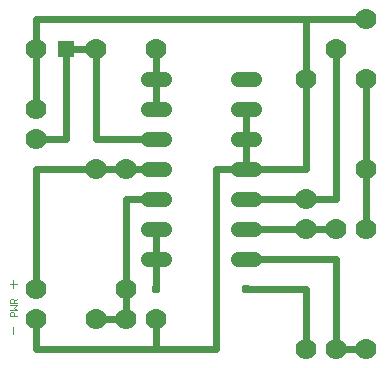
<source format=gbl>
G75*
%MOIN*%
%OFA0B0*%
%FSLAX25Y25*%
%IPPOS*%
%LPD*%
%AMOC8*
5,1,8,0,0,1.08239X$1,22.5*
%
%ADD10C,0.07000*%
%ADD11R,0.05543X0.05543*%
%ADD12C,0.05150*%
%ADD13C,0.00300*%
%ADD14C,0.00200*%
%ADD15C,0.02400*%
%ADD16C,0.03100*%
D10*
X0014476Y0040337D03*
X0014476Y0050337D03*
X0034476Y0040337D03*
X0044476Y0040337D03*
X0044476Y0050337D03*
X0054476Y0040337D03*
X0044476Y0090337D03*
X0034476Y0090337D03*
X0014476Y0100337D03*
X0014476Y0110337D03*
X0014476Y0130337D03*
X0034476Y0130337D03*
X0054476Y0130337D03*
X0104476Y0120337D03*
X0114476Y0130337D03*
X0124476Y0120337D03*
X0124476Y0140337D03*
X0124476Y0090337D03*
X0124476Y0070337D03*
X0114476Y0070337D03*
X0104476Y0070337D03*
X0104476Y0080337D03*
X0104476Y0030337D03*
X0114476Y0030337D03*
X0124476Y0030337D03*
D11*
X0024476Y0130337D03*
D12*
X0051901Y0120337D02*
X0057051Y0120337D01*
X0057051Y0110337D02*
X0051901Y0110337D01*
X0051901Y0100337D02*
X0057051Y0100337D01*
X0057051Y0090337D02*
X0051901Y0090337D01*
X0051901Y0080337D02*
X0057051Y0080337D01*
X0057051Y0070337D02*
X0051901Y0070337D01*
X0051901Y0060337D02*
X0057051Y0060337D01*
X0081901Y0060337D02*
X0087051Y0060337D01*
X0087051Y0070337D02*
X0081901Y0070337D01*
X0081901Y0080337D02*
X0087051Y0080337D01*
X0087051Y0090337D02*
X0081901Y0090337D01*
X0081901Y0100337D02*
X0087051Y0100337D01*
X0087051Y0110337D02*
X0081901Y0110337D01*
X0081901Y0120337D02*
X0087051Y0120337D01*
D13*
X0008209Y0051880D02*
X0005740Y0051880D01*
X0006975Y0053114D02*
X0006975Y0050645D01*
X0006975Y0037614D02*
X0006975Y0035145D01*
D14*
X0007342Y0041122D02*
X0007342Y0042223D01*
X0006975Y0042590D01*
X0006241Y0042590D01*
X0005874Y0042223D01*
X0005874Y0041122D01*
X0008076Y0041122D01*
X0008076Y0043332D02*
X0005874Y0043332D01*
X0005874Y0044800D02*
X0008076Y0044800D01*
X0007342Y0044066D01*
X0008076Y0043332D01*
X0008076Y0045542D02*
X0005874Y0045542D01*
X0005874Y0046643D01*
X0006241Y0047010D01*
X0006975Y0047010D01*
X0007342Y0046643D01*
X0007342Y0045542D01*
X0007342Y0046276D02*
X0008076Y0047010D01*
D15*
X0014476Y0030337D02*
X0054476Y0030337D01*
X0054476Y0040337D01*
X0054476Y0030337D02*
X0074476Y0030337D01*
X0074476Y0090337D01*
X0084476Y0090337D01*
X0084476Y0100337D01*
X0084476Y0110337D01*
X0084476Y0090337D02*
X0104476Y0090337D01*
X0104476Y0120337D01*
X0104476Y0140337D01*
X0124476Y0140337D01*
X0114476Y0130337D02*
X0114476Y0080337D01*
X0104476Y0080337D01*
X0084476Y0080337D01*
X0084476Y0070337D02*
X0104476Y0070337D01*
X0114476Y0070337D01*
X0114476Y0060337D02*
X0114476Y0030337D01*
X0124476Y0030337D01*
X0104476Y0030337D02*
X0104476Y0050337D01*
X0084476Y0050337D01*
X0084476Y0060337D02*
X0114476Y0060337D01*
X0124476Y0070337D02*
X0124476Y0090337D01*
X0124476Y0120337D01*
X0104476Y0140337D02*
X0014476Y0140337D01*
X0014476Y0130337D01*
X0014476Y0110337D01*
X0014476Y0100337D02*
X0024476Y0100337D01*
X0024476Y0130337D01*
X0034476Y0130337D01*
X0034476Y0100337D01*
X0054476Y0100337D01*
X0054476Y0110337D02*
X0054476Y0120337D01*
X0054476Y0130337D01*
X0054476Y0090337D02*
X0034476Y0090337D01*
X0044476Y0090337D01*
X0014476Y0090337D01*
X0014476Y0050337D01*
X0014476Y0040337D02*
X0014476Y0030337D01*
X0034476Y0040337D02*
X0044476Y0040337D01*
X0044476Y0050337D01*
X0044476Y0080337D01*
X0054476Y0080337D01*
X0054476Y0070337D02*
X0054476Y0060337D01*
X0054476Y0050337D01*
D16*
X0054476Y0050337D03*
X0084476Y0050337D03*
X0104476Y0030337D03*
M02*

</source>
